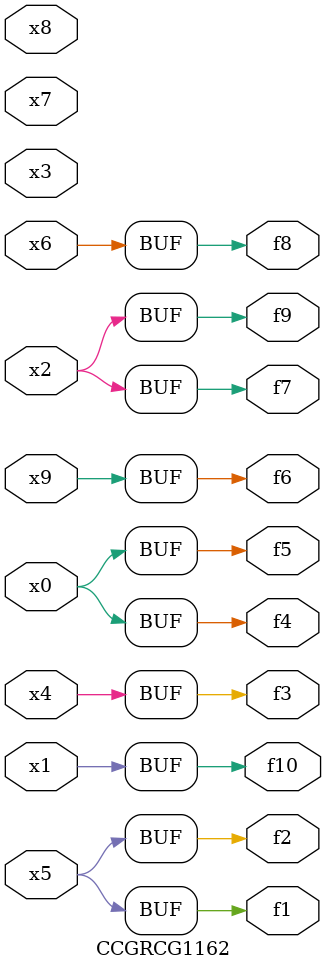
<source format=v>
module CCGRCG1162(
	input x0, x1, x2, x3, x4, x5, x6, x7, x8, x9,
	output f1, f2, f3, f4, f5, f6, f7, f8, f9, f10
);
	assign f1 = x5;
	assign f2 = x5;
	assign f3 = x4;
	assign f4 = x0;
	assign f5 = x0;
	assign f6 = x9;
	assign f7 = x2;
	assign f8 = x6;
	assign f9 = x2;
	assign f10 = x1;
endmodule

</source>
